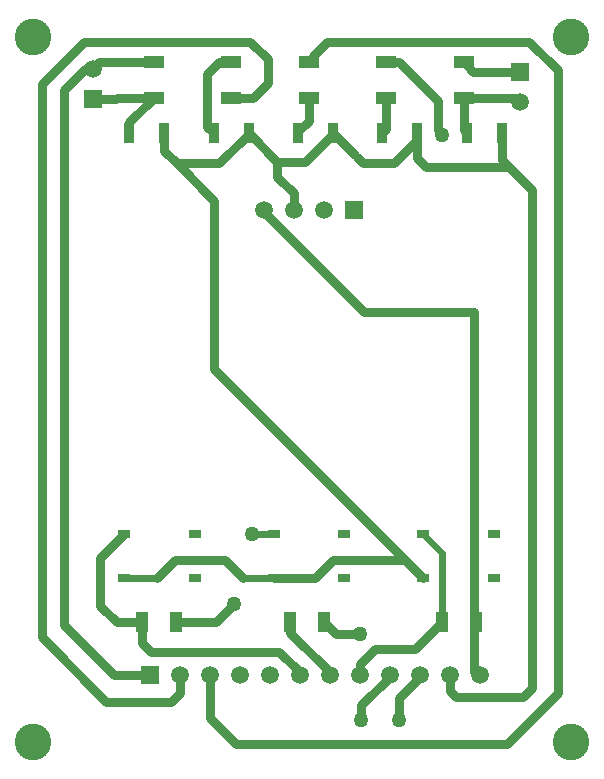
<source format=gtl>
G04*
G04 #@! TF.GenerationSoftware,Altium Limited,Altium Designer,18.0.7 (293)*
G04*
G04 Layer_Physical_Order=1*
G04 Layer_Color=255*
%FSLAX25Y25*%
%MOIN*%
G70*
G01*
G75*
%ADD12R,0.04449X0.06969*%
%ADD13R,0.03819X0.06811*%
%ADD14R,0.06811X0.04331*%
%ADD15R,0.03937X0.02756*%
%ADD16C,0.03000*%
%ADD17C,0.02480*%
%ADD18C,0.12205*%
%ADD19R,0.05906X0.05906*%
%ADD20C,0.05906*%
%ADD21R,0.05906X0.05906*%
%ADD22C,0.05000*%
D12*
X105689Y49500D02*
D03*
X94311D02*
D03*
X156189D02*
D03*
X144811D02*
D03*
X44811D02*
D03*
X56189D02*
D03*
D13*
X153173Y212500D02*
D03*
X164827D02*
D03*
X125048D02*
D03*
X136702D02*
D03*
X96923D02*
D03*
X108577D02*
D03*
X68798D02*
D03*
X80452D02*
D03*
X40673D02*
D03*
X52327D02*
D03*
D14*
X152202Y224256D02*
D03*
Y236146D02*
D03*
X126369Y224256D02*
D03*
Y236146D02*
D03*
X100535Y224256D02*
D03*
Y236146D02*
D03*
X74702D02*
D03*
Y224256D02*
D03*
X48869D02*
D03*
Y236146D02*
D03*
D15*
X38878Y78783D02*
D03*
X62500D02*
D03*
X38878Y64217D02*
D03*
X62500D02*
D03*
X88783Y78783D02*
D03*
X112406D02*
D03*
X88783Y64217D02*
D03*
X112406D02*
D03*
X138689Y78783D02*
D03*
X162311D02*
D03*
X138689Y64217D02*
D03*
X162311D02*
D03*
D16*
X69000Y133906D02*
Y190000D01*
X56500Y202500D02*
X69000Y190000D01*
X155693Y32750D02*
Y152807D01*
X135811Y40500D02*
X144811Y49500D01*
X122611Y40500D02*
X135811D01*
X117500Y35389D02*
X122611Y40500D01*
X95500Y187000D02*
Y192500D01*
X89952Y198048D02*
X95500Y192500D01*
X89952Y198048D02*
Y203000D01*
X99314D01*
X85500Y186249D02*
Y187000D01*
Y186249D02*
X118941Y152807D01*
X155693D01*
X94311Y45940D02*
X107500Y32751D01*
X94311Y45940D02*
Y49500D01*
X107500Y32000D02*
Y32751D01*
X69000Y133906D02*
X132661Y70244D01*
X116500Y204577D02*
X118500Y202577D01*
X101800Y236146D02*
Y238300D01*
X174000Y243000D02*
X183500Y233500D01*
X106500Y243000D02*
X174000D01*
X101800Y238300D02*
X106500Y243000D01*
X183500Y26005D02*
Y233500D01*
X169744Y224256D02*
X171000Y223000D01*
X152202Y224256D02*
X169744D01*
X155348Y233000D02*
X171000D01*
X152202Y236146D02*
X155348Y233000D01*
X25461Y242961D02*
X80939D01*
X11500Y229000D02*
X25461Y242961D01*
X11500Y229000D02*
X11500Y44500D01*
X30646Y236146D02*
X48869D01*
X28500Y234000D02*
X30646Y236146D01*
X80939Y242961D02*
X86800Y237100D01*
X166495Y9000D02*
X183500Y26005D01*
X76200Y9000D02*
X166495D01*
X67500Y17700D02*
X76200Y9000D01*
X117500Y32000D02*
Y35389D01*
X109689Y45500D02*
X117500D01*
X105689Y49500D02*
X109689Y45500D01*
X132661Y70244D02*
X138689Y64217D01*
X108511Y70244D02*
X132661D01*
X102484Y64217D02*
X108511Y70244D01*
X88783Y64217D02*
X102484D01*
X147500Y32000D02*
Y32751D01*
X11500Y44500D02*
X33000Y23000D01*
X19000Y48500D02*
Y226981D01*
Y48500D02*
X35500Y32000D01*
X19000Y226981D02*
X26019Y234000D01*
X28500D01*
X36300Y224000D02*
X36556Y224256D01*
X28500Y224000D02*
X36300D01*
X67500Y17700D02*
Y32000D01*
X149602Y24398D02*
X171898D01*
X147500Y26500D02*
X149602Y24398D01*
X147500Y26500D02*
Y32000D01*
X137500Y31249D02*
Y32000D01*
X130500Y24249D02*
X137500Y31249D01*
X130500Y17000D02*
Y24249D01*
X127500Y31249D02*
Y32000D01*
X118000Y21749D02*
X127500Y31249D01*
X118000Y17000D02*
Y21749D01*
X156750Y32750D02*
X157500Y32000D01*
X155693Y32750D02*
X156750D01*
X57500Y26000D02*
Y32000D01*
X33000Y23000D02*
X54500D01*
X57500Y26000D01*
X69500Y49500D02*
X75500Y55500D01*
X56189Y49500D02*
X69500D01*
X35500Y32000D02*
X47500D01*
X97500D02*
Y32751D01*
X90649Y39602D02*
X97500Y32751D01*
X47898Y39602D02*
X90649D01*
X44811Y42689D02*
X47898Y39602D01*
X44811Y42689D02*
Y49500D01*
X36500D02*
X44811D01*
X31000Y55000D02*
X36500Y49500D01*
X31000Y55000D02*
Y70905D01*
X38878Y78783D01*
X108577Y212500D02*
X116000Y205077D01*
X171898Y24398D02*
X175000Y27500D01*
X167200Y201300D02*
X175000Y193500D01*
X175000Y27500D02*
X175000Y193500D01*
X164827Y203673D02*
Y212500D01*
Y203673D02*
X167200Y201300D01*
X136702Y210202D02*
Y212500D01*
Y204300D02*
Y210202D01*
Y204300D02*
X139702Y201300D01*
X129077Y202577D02*
X136702Y210202D01*
X118500Y202577D02*
X129077D01*
X108577Y212263D02*
Y212500D01*
X99314Y203000D02*
X108577Y212263D01*
X80452Y212500D02*
X89952Y203000D01*
X80452Y212263D02*
Y212500D01*
X70689Y202500D02*
X80452Y212263D01*
X56500Y202500D02*
X70689D01*
X52327Y206673D02*
X56500Y202500D01*
X52327Y206673D02*
Y212500D01*
X139702Y201300D02*
X167200D01*
X96673Y212750D02*
X100535Y216612D01*
X152202Y213471D02*
X153173Y212500D01*
X152202Y213471D02*
Y224256D01*
X143500Y213500D02*
X145000Y212000D01*
X143500Y213500D02*
Y223146D01*
X125048Y212500D02*
X126369Y213821D01*
Y224256D01*
X40673Y212500D02*
Y216060D01*
X48869Y224256D01*
X66600Y214698D02*
X68798Y212500D01*
X66600Y214698D02*
Y232246D01*
X36556Y224256D02*
X48869D01*
X74702D02*
X82000D01*
X86800Y229056D01*
Y237100D01*
X126369Y236146D02*
X130500D01*
X143500Y223146D01*
X100535Y236146D02*
X101800D01*
X49854Y64217D02*
X55882Y70244D01*
X72672D01*
X78700Y64217D01*
X70500Y236146D02*
X74702D01*
X66600Y232246D02*
X70500Y236146D01*
X100535Y216612D02*
Y224256D01*
D17*
X145047Y49500D02*
Y72425D01*
X138689Y78783D02*
X145047Y72425D01*
X144811Y49500D02*
X145047D01*
X81600Y78783D02*
X88783D01*
X38878Y64217D02*
X49854D01*
X78700D02*
X88783D01*
D18*
X8500Y9500D02*
D03*
X188000D02*
D03*
Y244500D02*
D03*
X8500D02*
D03*
D19*
X28500Y224000D02*
D03*
X171000Y233000D02*
D03*
D20*
X28500Y234000D02*
D03*
X171000Y223000D02*
D03*
X85500Y187000D02*
D03*
X95500D02*
D03*
X105500D02*
D03*
X157500Y32000D02*
D03*
X147500D02*
D03*
X137500D02*
D03*
X127500D02*
D03*
X117500D02*
D03*
X107500D02*
D03*
X97500D02*
D03*
X87500D02*
D03*
X77500D02*
D03*
X67500D02*
D03*
X57500D02*
D03*
D21*
X115500Y187000D02*
D03*
X47500Y32000D02*
D03*
D22*
X117500Y45500D02*
D03*
X118000Y17000D02*
D03*
X130500D02*
D03*
X75500Y55500D02*
D03*
X145000Y212000D02*
D03*
X81600Y78783D02*
D03*
M02*

</source>
